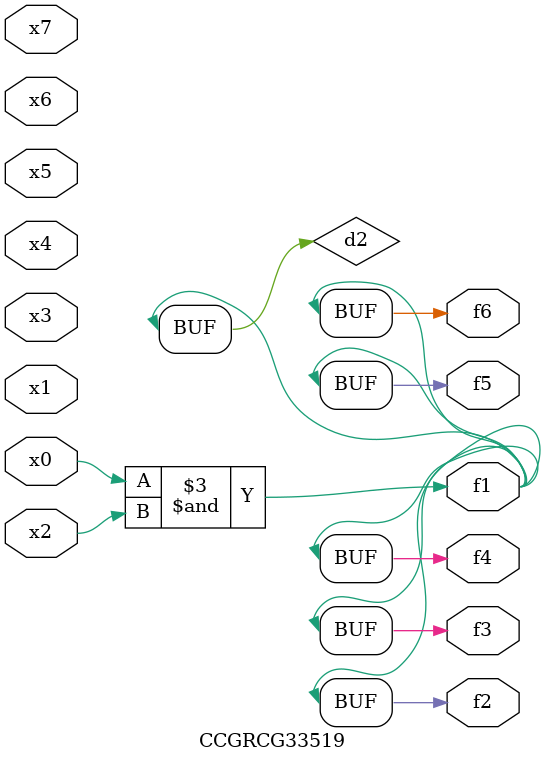
<source format=v>
module CCGRCG33519(
	input x0, x1, x2, x3, x4, x5, x6, x7,
	output f1, f2, f3, f4, f5, f6
);

	wire d1, d2;

	nor (d1, x3, x6);
	and (d2, x0, x2);
	assign f1 = d2;
	assign f2 = d2;
	assign f3 = d2;
	assign f4 = d2;
	assign f5 = d2;
	assign f6 = d2;
endmodule

</source>
